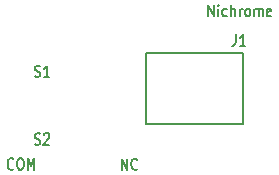
<source format=gbr>
%TF.GenerationSoftware,KiCad,Pcbnew,8.0.4*%
%TF.CreationDate,2024-08-29T22:06:49+05:30*%
%TF.ProjectId,resistor_board,72657369-7374-46f7-925f-626f6172642e,rev?*%
%TF.SameCoordinates,Original*%
%TF.FileFunction,Legend,Top*%
%TF.FilePolarity,Positive*%
%FSLAX46Y46*%
G04 Gerber Fmt 4.6, Leading zero omitted, Abs format (unit mm)*
G04 Created by KiCad (PCBNEW 8.0.4) date 2024-08-29 22:06:49*
%MOMM*%
%LPD*%
G01*
G04 APERTURE LIST*
%ADD10C,0.152400*%
%ADD11C,0.150000*%
G04 APERTURE END LIST*
D10*
X144374119Y-111997316D02*
X144374119Y-111032116D01*
X144374119Y-111032116D02*
X144838576Y-111997316D01*
X144838576Y-111997316D02*
X144838576Y-111032116D01*
X145690081Y-111905393D02*
X145651377Y-111951355D01*
X145651377Y-111951355D02*
X145535262Y-111997316D01*
X145535262Y-111997316D02*
X145457853Y-111997316D01*
X145457853Y-111997316D02*
X145341739Y-111951355D01*
X145341739Y-111951355D02*
X145264329Y-111859431D01*
X145264329Y-111859431D02*
X145225624Y-111767507D01*
X145225624Y-111767507D02*
X145186920Y-111583659D01*
X145186920Y-111583659D02*
X145186920Y-111445774D01*
X145186920Y-111445774D02*
X145225624Y-111261926D01*
X145225624Y-111261926D02*
X145264329Y-111170002D01*
X145264329Y-111170002D02*
X145341739Y-111078078D01*
X145341739Y-111078078D02*
X145457853Y-111032116D01*
X145457853Y-111032116D02*
X145535262Y-111032116D01*
X145535262Y-111032116D02*
X145651377Y-111078078D01*
X145651377Y-111078078D02*
X145690081Y-111124040D01*
X135203052Y-111878206D02*
X135164348Y-111924168D01*
X135164348Y-111924168D02*
X135048233Y-111970129D01*
X135048233Y-111970129D02*
X134970824Y-111970129D01*
X134970824Y-111970129D02*
X134854710Y-111924168D01*
X134854710Y-111924168D02*
X134777300Y-111832244D01*
X134777300Y-111832244D02*
X134738595Y-111740320D01*
X134738595Y-111740320D02*
X134699891Y-111556472D01*
X134699891Y-111556472D02*
X134699891Y-111418587D01*
X134699891Y-111418587D02*
X134738595Y-111234739D01*
X134738595Y-111234739D02*
X134777300Y-111142815D01*
X134777300Y-111142815D02*
X134854710Y-111050891D01*
X134854710Y-111050891D02*
X134970824Y-111004929D01*
X134970824Y-111004929D02*
X135048233Y-111004929D01*
X135048233Y-111004929D02*
X135164348Y-111050891D01*
X135164348Y-111050891D02*
X135203052Y-111096853D01*
X135706214Y-111004929D02*
X135861033Y-111004929D01*
X135861033Y-111004929D02*
X135938443Y-111050891D01*
X135938443Y-111050891D02*
X136015852Y-111142815D01*
X136015852Y-111142815D02*
X136054557Y-111326663D01*
X136054557Y-111326663D02*
X136054557Y-111648396D01*
X136054557Y-111648396D02*
X136015852Y-111832244D01*
X136015852Y-111832244D02*
X135938443Y-111924168D01*
X135938443Y-111924168D02*
X135861033Y-111970129D01*
X135861033Y-111970129D02*
X135706214Y-111970129D01*
X135706214Y-111970129D02*
X135628805Y-111924168D01*
X135628805Y-111924168D02*
X135551395Y-111832244D01*
X135551395Y-111832244D02*
X135512691Y-111648396D01*
X135512691Y-111648396D02*
X135512691Y-111326663D01*
X135512691Y-111326663D02*
X135551395Y-111142815D01*
X135551395Y-111142815D02*
X135628805Y-111050891D01*
X135628805Y-111050891D02*
X135706214Y-111004929D01*
X136402900Y-111970129D02*
X136402900Y-111004929D01*
X136402900Y-111004929D02*
X136673834Y-111694358D01*
X136673834Y-111694358D02*
X136944767Y-111004929D01*
X136944767Y-111004929D02*
X136944767Y-111970129D01*
X151694886Y-98977552D02*
X151694886Y-98012352D01*
X151694886Y-98012352D02*
X152159343Y-98977552D01*
X152159343Y-98977552D02*
X152159343Y-98012352D01*
X152546391Y-98977552D02*
X152546391Y-98334086D01*
X152546391Y-98012352D02*
X152507687Y-98058314D01*
X152507687Y-98058314D02*
X152546391Y-98104276D01*
X152546391Y-98104276D02*
X152585096Y-98058314D01*
X152585096Y-98058314D02*
X152546391Y-98012352D01*
X152546391Y-98012352D02*
X152546391Y-98104276D01*
X153281782Y-98931591D02*
X153204373Y-98977552D01*
X153204373Y-98977552D02*
X153049554Y-98977552D01*
X153049554Y-98977552D02*
X152972144Y-98931591D01*
X152972144Y-98931591D02*
X152933439Y-98885629D01*
X152933439Y-98885629D02*
X152894735Y-98793705D01*
X152894735Y-98793705D02*
X152894735Y-98517933D01*
X152894735Y-98517933D02*
X152933439Y-98426010D01*
X152933439Y-98426010D02*
X152972144Y-98380048D01*
X152972144Y-98380048D02*
X153049554Y-98334086D01*
X153049554Y-98334086D02*
X153204373Y-98334086D01*
X153204373Y-98334086D02*
X153281782Y-98380048D01*
X153630125Y-98977552D02*
X153630125Y-98012352D01*
X153978468Y-98977552D02*
X153978468Y-98471971D01*
X153978468Y-98471971D02*
X153939763Y-98380048D01*
X153939763Y-98380048D02*
X153862354Y-98334086D01*
X153862354Y-98334086D02*
X153746240Y-98334086D01*
X153746240Y-98334086D02*
X153668830Y-98380048D01*
X153668830Y-98380048D02*
X153630125Y-98426010D01*
X154365515Y-98977552D02*
X154365515Y-98334086D01*
X154365515Y-98517933D02*
X154404220Y-98426010D01*
X154404220Y-98426010D02*
X154442925Y-98380048D01*
X154442925Y-98380048D02*
X154520334Y-98334086D01*
X154520334Y-98334086D02*
X154597744Y-98334086D01*
X154984792Y-98977552D02*
X154907382Y-98931591D01*
X154907382Y-98931591D02*
X154868677Y-98885629D01*
X154868677Y-98885629D02*
X154829973Y-98793705D01*
X154829973Y-98793705D02*
X154829973Y-98517933D01*
X154829973Y-98517933D02*
X154868677Y-98426010D01*
X154868677Y-98426010D02*
X154907382Y-98380048D01*
X154907382Y-98380048D02*
X154984792Y-98334086D01*
X154984792Y-98334086D02*
X155100906Y-98334086D01*
X155100906Y-98334086D02*
X155178315Y-98380048D01*
X155178315Y-98380048D02*
X155217020Y-98426010D01*
X155217020Y-98426010D02*
X155255725Y-98517933D01*
X155255725Y-98517933D02*
X155255725Y-98793705D01*
X155255725Y-98793705D02*
X155217020Y-98885629D01*
X155217020Y-98885629D02*
X155178315Y-98931591D01*
X155178315Y-98931591D02*
X155100906Y-98977552D01*
X155100906Y-98977552D02*
X154984792Y-98977552D01*
X155604067Y-98977552D02*
X155604067Y-98334086D01*
X155604067Y-98426010D02*
X155642772Y-98380048D01*
X155642772Y-98380048D02*
X155720182Y-98334086D01*
X155720182Y-98334086D02*
X155836296Y-98334086D01*
X155836296Y-98334086D02*
X155913705Y-98380048D01*
X155913705Y-98380048D02*
X155952410Y-98471971D01*
X155952410Y-98471971D02*
X155952410Y-98977552D01*
X155952410Y-98471971D02*
X155991115Y-98380048D01*
X155991115Y-98380048D02*
X156068524Y-98334086D01*
X156068524Y-98334086D02*
X156184639Y-98334086D01*
X156184639Y-98334086D02*
X156262048Y-98380048D01*
X156262048Y-98380048D02*
X156300753Y-98471971D01*
X156300753Y-98471971D02*
X156300753Y-98977552D01*
X156997438Y-98931591D02*
X156920029Y-98977552D01*
X156920029Y-98977552D02*
X156765210Y-98977552D01*
X156765210Y-98977552D02*
X156687800Y-98931591D01*
X156687800Y-98931591D02*
X156649096Y-98839667D01*
X156649096Y-98839667D02*
X156649096Y-98471971D01*
X156649096Y-98471971D02*
X156687800Y-98380048D01*
X156687800Y-98380048D02*
X156765210Y-98334086D01*
X156765210Y-98334086D02*
X156920029Y-98334086D01*
X156920029Y-98334086D02*
X156997438Y-98380048D01*
X156997438Y-98380048D02*
X157036143Y-98471971D01*
X157036143Y-98471971D02*
X157036143Y-98563895D01*
X157036143Y-98563895D02*
X156649096Y-98655819D01*
X154027115Y-100512352D02*
X154027115Y-101201781D01*
X154027115Y-101201781D02*
X153988410Y-101339667D01*
X153988410Y-101339667D02*
X153911001Y-101431591D01*
X153911001Y-101431591D02*
X153794886Y-101477552D01*
X153794886Y-101477552D02*
X153717477Y-101477552D01*
X154839915Y-101477552D02*
X154375458Y-101477552D01*
X154607686Y-101477552D02*
X154607686Y-100512352D01*
X154607686Y-100512352D02*
X154530277Y-100650238D01*
X154530277Y-100650238D02*
X154452867Y-100742162D01*
X154452867Y-100742162D02*
X154375458Y-100788124D01*
X137006182Y-104081591D02*
X137122296Y-104127552D01*
X137122296Y-104127552D02*
X137315820Y-104127552D01*
X137315820Y-104127552D02*
X137393229Y-104081591D01*
X137393229Y-104081591D02*
X137431934Y-104035629D01*
X137431934Y-104035629D02*
X137470639Y-103943705D01*
X137470639Y-103943705D02*
X137470639Y-103851781D01*
X137470639Y-103851781D02*
X137431934Y-103759857D01*
X137431934Y-103759857D02*
X137393229Y-103713895D01*
X137393229Y-103713895D02*
X137315820Y-103667933D01*
X137315820Y-103667933D02*
X137161001Y-103621971D01*
X137161001Y-103621971D02*
X137083591Y-103576010D01*
X137083591Y-103576010D02*
X137044886Y-103530048D01*
X137044886Y-103530048D02*
X137006182Y-103438124D01*
X137006182Y-103438124D02*
X137006182Y-103346200D01*
X137006182Y-103346200D02*
X137044886Y-103254276D01*
X137044886Y-103254276D02*
X137083591Y-103208314D01*
X137083591Y-103208314D02*
X137161001Y-103162352D01*
X137161001Y-103162352D02*
X137354524Y-103162352D01*
X137354524Y-103162352D02*
X137470639Y-103208314D01*
X138244734Y-104127552D02*
X137780277Y-104127552D01*
X138012505Y-104127552D02*
X138012505Y-103162352D01*
X138012505Y-103162352D02*
X137935096Y-103300238D01*
X137935096Y-103300238D02*
X137857686Y-103392162D01*
X137857686Y-103392162D02*
X137780277Y-103438124D01*
X137006182Y-109831591D02*
X137122296Y-109877552D01*
X137122296Y-109877552D02*
X137315820Y-109877552D01*
X137315820Y-109877552D02*
X137393229Y-109831591D01*
X137393229Y-109831591D02*
X137431934Y-109785629D01*
X137431934Y-109785629D02*
X137470639Y-109693705D01*
X137470639Y-109693705D02*
X137470639Y-109601781D01*
X137470639Y-109601781D02*
X137431934Y-109509857D01*
X137431934Y-109509857D02*
X137393229Y-109463895D01*
X137393229Y-109463895D02*
X137315820Y-109417933D01*
X137315820Y-109417933D02*
X137161001Y-109371971D01*
X137161001Y-109371971D02*
X137083591Y-109326010D01*
X137083591Y-109326010D02*
X137044886Y-109280048D01*
X137044886Y-109280048D02*
X137006182Y-109188124D01*
X137006182Y-109188124D02*
X137006182Y-109096200D01*
X137006182Y-109096200D02*
X137044886Y-109004276D01*
X137044886Y-109004276D02*
X137083591Y-108958314D01*
X137083591Y-108958314D02*
X137161001Y-108912352D01*
X137161001Y-108912352D02*
X137354524Y-108912352D01*
X137354524Y-108912352D02*
X137470639Y-108958314D01*
X137780277Y-109004276D02*
X137818981Y-108958314D01*
X137818981Y-108958314D02*
X137896391Y-108912352D01*
X137896391Y-108912352D02*
X138089915Y-108912352D01*
X138089915Y-108912352D02*
X138167324Y-108958314D01*
X138167324Y-108958314D02*
X138206029Y-109004276D01*
X138206029Y-109004276D02*
X138244734Y-109096200D01*
X138244734Y-109096200D02*
X138244734Y-109188124D01*
X138244734Y-109188124D02*
X138206029Y-109326010D01*
X138206029Y-109326010D02*
X137741572Y-109877552D01*
X137741572Y-109877552D02*
X138244734Y-109877552D01*
D11*
%TO.C,J1*%
X146401090Y-102103600D02*
X154601090Y-102103600D01*
X146401090Y-108103600D02*
X146401090Y-102103600D01*
X146401090Y-108103600D02*
X154601090Y-108103600D01*
X154601090Y-108103600D02*
X154601090Y-102103600D01*
%TD*%
M02*

</source>
